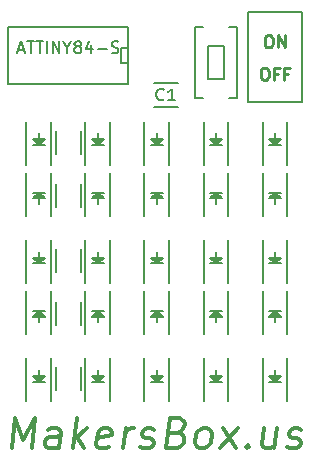
<source format=gto>
G04 #@! TF.FileFunction,Legend,Top*
%FSLAX46Y46*%
G04 Gerber Fmt 4.6, Leading zero omitted, Abs format (unit mm)*
G04 Created by KiCad (PCBNEW (2015-08-15 BZR 6092)-product) date 3/6/2016 8:03:16 PM*
%MOMM*%
G01*
G04 APERTURE LIST*
%ADD10C,0.100000*%
%ADD11C,0.254000*%
%ADD12C,0.300000*%
%ADD13C,0.150000*%
G04 APERTURE END LIST*
D10*
D11*
X193032382Y-86943619D02*
X193225905Y-86943619D01*
X193322667Y-86992000D01*
X193419429Y-87088762D01*
X193467810Y-87282286D01*
X193467810Y-87620952D01*
X193419429Y-87814476D01*
X193322667Y-87911238D01*
X193225905Y-87959619D01*
X193032382Y-87959619D01*
X192935620Y-87911238D01*
X192838858Y-87814476D01*
X192790477Y-87620952D01*
X192790477Y-87282286D01*
X192838858Y-87088762D01*
X192935620Y-86992000D01*
X193032382Y-86943619D01*
X194241905Y-87427429D02*
X193903239Y-87427429D01*
X193903239Y-87959619D02*
X193903239Y-86943619D01*
X194387048Y-86943619D01*
X195112762Y-87427429D02*
X194774096Y-87427429D01*
X194774096Y-87959619D02*
X194774096Y-86943619D01*
X195257905Y-86943619D01*
X193371048Y-84193619D02*
X193564571Y-84193619D01*
X193661333Y-84242000D01*
X193758095Y-84338762D01*
X193806476Y-84532286D01*
X193806476Y-84870952D01*
X193758095Y-85064476D01*
X193661333Y-85161238D01*
X193564571Y-85209619D01*
X193371048Y-85209619D01*
X193274286Y-85161238D01*
X193177524Y-85064476D01*
X193129143Y-84870952D01*
X193129143Y-84532286D01*
X193177524Y-84338762D01*
X193274286Y-84242000D01*
X193371048Y-84193619D01*
X194241905Y-85209619D02*
X194241905Y-84193619D01*
X194822476Y-85209619D01*
X194822476Y-84193619D01*
D12*
X171700656Y-119149048D02*
X172018156Y-116609048D01*
X172638037Y-118423333D01*
X173711489Y-116609048D01*
X173393989Y-119149048D01*
X175692084Y-119149048D02*
X175858394Y-117818571D01*
X175767680Y-117576667D01*
X175540894Y-117455714D01*
X175057085Y-117455714D01*
X174800061Y-117576667D01*
X175707203Y-119028095D02*
X175450180Y-119149048D01*
X174845418Y-119149048D01*
X174618632Y-119028095D01*
X174527918Y-118786190D01*
X174558156Y-118544286D01*
X174709346Y-118302381D01*
X174966370Y-118181429D01*
X175571132Y-118181429D01*
X175828156Y-118060476D01*
X176901608Y-119149048D02*
X177219108Y-116609048D01*
X177264465Y-118181429D02*
X177869227Y-119149048D01*
X178080894Y-117455714D02*
X176992322Y-118423333D01*
X179940536Y-119028095D02*
X179683512Y-119149048D01*
X179199703Y-119149048D01*
X178972917Y-119028095D01*
X178882203Y-118786190D01*
X179003156Y-117818571D01*
X179154346Y-117576667D01*
X179411370Y-117455714D01*
X179895179Y-117455714D01*
X180121965Y-117576667D01*
X180212679Y-117818571D01*
X180182441Y-118060476D01*
X178942679Y-118302381D01*
X181134941Y-119149048D02*
X181346608Y-117455714D01*
X181286132Y-117939524D02*
X181437322Y-117697619D01*
X181573394Y-117576667D01*
X181830417Y-117455714D01*
X182072322Y-117455714D01*
X182601489Y-119028095D02*
X182828274Y-119149048D01*
X183312084Y-119149048D01*
X183569108Y-119028095D01*
X183720298Y-118786190D01*
X183735417Y-118665238D01*
X183644703Y-118423333D01*
X183417917Y-118302381D01*
X183055060Y-118302381D01*
X182828274Y-118181429D01*
X182737561Y-117939524D01*
X182752680Y-117818571D01*
X182903870Y-117576667D01*
X183160894Y-117455714D01*
X183523751Y-117455714D01*
X183750537Y-117576667D01*
X185776489Y-117818571D02*
X186124227Y-117939524D01*
X186230060Y-118060476D01*
X186320773Y-118302381D01*
X186275416Y-118665238D01*
X186124226Y-118907143D01*
X185988155Y-119028095D01*
X185731131Y-119149048D01*
X184763512Y-119149048D01*
X185081012Y-116609048D01*
X185927679Y-116609048D01*
X186154464Y-116730000D01*
X186260298Y-116850952D01*
X186351012Y-117092857D01*
X186320774Y-117334762D01*
X186169584Y-117576667D01*
X186033512Y-117697619D01*
X185776489Y-117818571D01*
X184929822Y-117818571D01*
X187666369Y-119149048D02*
X187439583Y-119028095D01*
X187333750Y-118907143D01*
X187243036Y-118665238D01*
X187333751Y-117939524D01*
X187484941Y-117697619D01*
X187621012Y-117576667D01*
X187878036Y-117455714D01*
X188240893Y-117455714D01*
X188467679Y-117576667D01*
X188573512Y-117697619D01*
X188664227Y-117939524D01*
X188573512Y-118665238D01*
X188422321Y-118907143D01*
X188286250Y-119028095D01*
X188029226Y-119149048D01*
X187666369Y-119149048D01*
X189359702Y-119149048D02*
X190901845Y-117455714D01*
X189571369Y-117455714D02*
X190690178Y-119149048D01*
X191688035Y-118907143D02*
X191793868Y-119028095D01*
X191657797Y-119149048D01*
X191551964Y-119028095D01*
X191688035Y-118907143D01*
X191657797Y-119149048D01*
X194167559Y-117455714D02*
X193955892Y-119149048D01*
X193078988Y-117455714D02*
X192912678Y-118786190D01*
X193003392Y-119028095D01*
X193230178Y-119149048D01*
X193593035Y-119149048D01*
X193850059Y-119028095D01*
X193986130Y-118907143D01*
X195059583Y-119028095D02*
X195286368Y-119149048D01*
X195770178Y-119149048D01*
X196027202Y-119028095D01*
X196178392Y-118786190D01*
X196193511Y-118665238D01*
X196102797Y-118423333D01*
X195876011Y-118302381D01*
X195513154Y-118302381D01*
X195286368Y-118181429D01*
X195195655Y-117939524D01*
X195210774Y-117818571D01*
X195361964Y-117576667D01*
X195618988Y-117455714D01*
X195981845Y-117455714D01*
X196208631Y-117576667D01*
D13*
X183750000Y-90275000D02*
X185750000Y-90275000D01*
X185750000Y-88225000D02*
X183750000Y-88225000D01*
X175050000Y-95150000D02*
X175050000Y-91550000D01*
X172950000Y-95150000D02*
X172950000Y-91550000D01*
X173700000Y-93100000D02*
X174300000Y-93100000D01*
X174300000Y-93100000D02*
X174000000Y-93400000D01*
X174000000Y-93400000D02*
X173800000Y-93200000D01*
X173800000Y-93200000D02*
X174050000Y-93200000D01*
X174050000Y-93200000D02*
X174000000Y-93250000D01*
X173500000Y-93500000D02*
X174500000Y-93500000D01*
X174000000Y-93000000D02*
X174000000Y-92500000D01*
X174000000Y-93500000D02*
X173500000Y-93000000D01*
X173500000Y-93000000D02*
X174500000Y-93000000D01*
X174500000Y-93000000D02*
X174000000Y-93500000D01*
X180050000Y-95150000D02*
X180050000Y-91550000D01*
X177950000Y-95150000D02*
X177950000Y-91550000D01*
X178700000Y-93100000D02*
X179300000Y-93100000D01*
X179300000Y-93100000D02*
X179000000Y-93400000D01*
X179000000Y-93400000D02*
X178800000Y-93200000D01*
X178800000Y-93200000D02*
X179050000Y-93200000D01*
X179050000Y-93200000D02*
X179000000Y-93250000D01*
X178500000Y-93500000D02*
X179500000Y-93500000D01*
X179000000Y-93000000D02*
X179000000Y-92500000D01*
X179000000Y-93500000D02*
X178500000Y-93000000D01*
X178500000Y-93000000D02*
X179500000Y-93000000D01*
X179500000Y-93000000D02*
X179000000Y-93500000D01*
X185050000Y-95150000D02*
X185050000Y-91550000D01*
X182950000Y-95150000D02*
X182950000Y-91550000D01*
X183700000Y-93100000D02*
X184300000Y-93100000D01*
X184300000Y-93100000D02*
X184000000Y-93400000D01*
X184000000Y-93400000D02*
X183800000Y-93200000D01*
X183800000Y-93200000D02*
X184050000Y-93200000D01*
X184050000Y-93200000D02*
X184000000Y-93250000D01*
X183500000Y-93500000D02*
X184500000Y-93500000D01*
X184000000Y-93000000D02*
X184000000Y-92500000D01*
X184000000Y-93500000D02*
X183500000Y-93000000D01*
X183500000Y-93000000D02*
X184500000Y-93000000D01*
X184500000Y-93000000D02*
X184000000Y-93500000D01*
X190050000Y-95150000D02*
X190050000Y-91550000D01*
X187950000Y-95150000D02*
X187950000Y-91550000D01*
X188700000Y-93100000D02*
X189300000Y-93100000D01*
X189300000Y-93100000D02*
X189000000Y-93400000D01*
X189000000Y-93400000D02*
X188800000Y-93200000D01*
X188800000Y-93200000D02*
X189050000Y-93200000D01*
X189050000Y-93200000D02*
X189000000Y-93250000D01*
X188500000Y-93500000D02*
X189500000Y-93500000D01*
X189000000Y-93000000D02*
X189000000Y-92500000D01*
X189000000Y-93500000D02*
X188500000Y-93000000D01*
X188500000Y-93000000D02*
X189500000Y-93000000D01*
X189500000Y-93000000D02*
X189000000Y-93500000D01*
X195050000Y-95150000D02*
X195050000Y-91550000D01*
X192950000Y-95150000D02*
X192950000Y-91550000D01*
X193700000Y-93100000D02*
X194300000Y-93100000D01*
X194300000Y-93100000D02*
X194000000Y-93400000D01*
X194000000Y-93400000D02*
X193800000Y-93200000D01*
X193800000Y-93200000D02*
X194050000Y-93200000D01*
X194050000Y-93200000D02*
X194000000Y-93250000D01*
X193500000Y-93500000D02*
X194500000Y-93500000D01*
X194000000Y-93000000D02*
X194000000Y-92500000D01*
X194000000Y-93500000D02*
X193500000Y-93000000D01*
X193500000Y-93000000D02*
X194500000Y-93000000D01*
X194500000Y-93000000D02*
X194000000Y-93500000D01*
X172950000Y-95850000D02*
X172950000Y-99450000D01*
X175050000Y-95850000D02*
X175050000Y-99450000D01*
X174300000Y-97900000D02*
X173700000Y-97900000D01*
X173700000Y-97900000D02*
X174000000Y-97600000D01*
X174000000Y-97600000D02*
X174200000Y-97800000D01*
X174200000Y-97800000D02*
X173950000Y-97800000D01*
X173950000Y-97800000D02*
X174000000Y-97750000D01*
X174500000Y-97500000D02*
X173500000Y-97500000D01*
X174000000Y-98000000D02*
X174000000Y-98500000D01*
X174000000Y-97500000D02*
X174500000Y-98000000D01*
X174500000Y-98000000D02*
X173500000Y-98000000D01*
X173500000Y-98000000D02*
X174000000Y-97500000D01*
X177950000Y-95850000D02*
X177950000Y-99450000D01*
X180050000Y-95850000D02*
X180050000Y-99450000D01*
X179300000Y-97900000D02*
X178700000Y-97900000D01*
X178700000Y-97900000D02*
X179000000Y-97600000D01*
X179000000Y-97600000D02*
X179200000Y-97800000D01*
X179200000Y-97800000D02*
X178950000Y-97800000D01*
X178950000Y-97800000D02*
X179000000Y-97750000D01*
X179500000Y-97500000D02*
X178500000Y-97500000D01*
X179000000Y-98000000D02*
X179000000Y-98500000D01*
X179000000Y-97500000D02*
X179500000Y-98000000D01*
X179500000Y-98000000D02*
X178500000Y-98000000D01*
X178500000Y-98000000D02*
X179000000Y-97500000D01*
X182950000Y-95850000D02*
X182950000Y-99450000D01*
X185050000Y-95850000D02*
X185050000Y-99450000D01*
X184300000Y-97900000D02*
X183700000Y-97900000D01*
X183700000Y-97900000D02*
X184000000Y-97600000D01*
X184000000Y-97600000D02*
X184200000Y-97800000D01*
X184200000Y-97800000D02*
X183950000Y-97800000D01*
X183950000Y-97800000D02*
X184000000Y-97750000D01*
X184500000Y-97500000D02*
X183500000Y-97500000D01*
X184000000Y-98000000D02*
X184000000Y-98500000D01*
X184000000Y-97500000D02*
X184500000Y-98000000D01*
X184500000Y-98000000D02*
X183500000Y-98000000D01*
X183500000Y-98000000D02*
X184000000Y-97500000D01*
X187950000Y-95850000D02*
X187950000Y-99450000D01*
X190050000Y-95850000D02*
X190050000Y-99450000D01*
X189300000Y-97900000D02*
X188700000Y-97900000D01*
X188700000Y-97900000D02*
X189000000Y-97600000D01*
X189000000Y-97600000D02*
X189200000Y-97800000D01*
X189200000Y-97800000D02*
X188950000Y-97800000D01*
X188950000Y-97800000D02*
X189000000Y-97750000D01*
X189500000Y-97500000D02*
X188500000Y-97500000D01*
X189000000Y-98000000D02*
X189000000Y-98500000D01*
X189000000Y-97500000D02*
X189500000Y-98000000D01*
X189500000Y-98000000D02*
X188500000Y-98000000D01*
X188500000Y-98000000D02*
X189000000Y-97500000D01*
X192950000Y-95850000D02*
X192950000Y-99450000D01*
X195050000Y-95850000D02*
X195050000Y-99450000D01*
X194300000Y-97900000D02*
X193700000Y-97900000D01*
X193700000Y-97900000D02*
X194000000Y-97600000D01*
X194000000Y-97600000D02*
X194200000Y-97800000D01*
X194200000Y-97800000D02*
X193950000Y-97800000D01*
X193950000Y-97800000D02*
X194000000Y-97750000D01*
X194500000Y-97500000D02*
X193500000Y-97500000D01*
X194000000Y-98000000D02*
X194000000Y-98500000D01*
X194000000Y-97500000D02*
X194500000Y-98000000D01*
X194500000Y-98000000D02*
X193500000Y-98000000D01*
X193500000Y-98000000D02*
X194000000Y-97500000D01*
X175050000Y-105150000D02*
X175050000Y-101550000D01*
X172950000Y-105150000D02*
X172950000Y-101550000D01*
X173700000Y-103100000D02*
X174300000Y-103100000D01*
X174300000Y-103100000D02*
X174000000Y-103400000D01*
X174000000Y-103400000D02*
X173800000Y-103200000D01*
X173800000Y-103200000D02*
X174050000Y-103200000D01*
X174050000Y-103200000D02*
X174000000Y-103250000D01*
X173500000Y-103500000D02*
X174500000Y-103500000D01*
X174000000Y-103000000D02*
X174000000Y-102500000D01*
X174000000Y-103500000D02*
X173500000Y-103000000D01*
X173500000Y-103000000D02*
X174500000Y-103000000D01*
X174500000Y-103000000D02*
X174000000Y-103500000D01*
X180050000Y-105150000D02*
X180050000Y-101550000D01*
X177950000Y-105150000D02*
X177950000Y-101550000D01*
X178700000Y-103100000D02*
X179300000Y-103100000D01*
X179300000Y-103100000D02*
X179000000Y-103400000D01*
X179000000Y-103400000D02*
X178800000Y-103200000D01*
X178800000Y-103200000D02*
X179050000Y-103200000D01*
X179050000Y-103200000D02*
X179000000Y-103250000D01*
X178500000Y-103500000D02*
X179500000Y-103500000D01*
X179000000Y-103000000D02*
X179000000Y-102500000D01*
X179000000Y-103500000D02*
X178500000Y-103000000D01*
X178500000Y-103000000D02*
X179500000Y-103000000D01*
X179500000Y-103000000D02*
X179000000Y-103500000D01*
X185050000Y-105150000D02*
X185050000Y-101550000D01*
X182950000Y-105150000D02*
X182950000Y-101550000D01*
X183700000Y-103100000D02*
X184300000Y-103100000D01*
X184300000Y-103100000D02*
X184000000Y-103400000D01*
X184000000Y-103400000D02*
X183800000Y-103200000D01*
X183800000Y-103200000D02*
X184050000Y-103200000D01*
X184050000Y-103200000D02*
X184000000Y-103250000D01*
X183500000Y-103500000D02*
X184500000Y-103500000D01*
X184000000Y-103000000D02*
X184000000Y-102500000D01*
X184000000Y-103500000D02*
X183500000Y-103000000D01*
X183500000Y-103000000D02*
X184500000Y-103000000D01*
X184500000Y-103000000D02*
X184000000Y-103500000D01*
X190050000Y-105150000D02*
X190050000Y-101550000D01*
X187950000Y-105150000D02*
X187950000Y-101550000D01*
X188700000Y-103100000D02*
X189300000Y-103100000D01*
X189300000Y-103100000D02*
X189000000Y-103400000D01*
X189000000Y-103400000D02*
X188800000Y-103200000D01*
X188800000Y-103200000D02*
X189050000Y-103200000D01*
X189050000Y-103200000D02*
X189000000Y-103250000D01*
X188500000Y-103500000D02*
X189500000Y-103500000D01*
X189000000Y-103000000D02*
X189000000Y-102500000D01*
X189000000Y-103500000D02*
X188500000Y-103000000D01*
X188500000Y-103000000D02*
X189500000Y-103000000D01*
X189500000Y-103000000D02*
X189000000Y-103500000D01*
X195050000Y-105150000D02*
X195050000Y-101550000D01*
X192950000Y-105150000D02*
X192950000Y-101550000D01*
X193700000Y-103100000D02*
X194300000Y-103100000D01*
X194300000Y-103100000D02*
X194000000Y-103400000D01*
X194000000Y-103400000D02*
X193800000Y-103200000D01*
X193800000Y-103200000D02*
X194050000Y-103200000D01*
X194050000Y-103200000D02*
X194000000Y-103250000D01*
X193500000Y-103500000D02*
X194500000Y-103500000D01*
X194000000Y-103000000D02*
X194000000Y-102500000D01*
X194000000Y-103500000D02*
X193500000Y-103000000D01*
X193500000Y-103000000D02*
X194500000Y-103000000D01*
X194500000Y-103000000D02*
X194000000Y-103500000D01*
X172950000Y-105850000D02*
X172950000Y-109450000D01*
X175050000Y-105850000D02*
X175050000Y-109450000D01*
X174300000Y-107900000D02*
X173700000Y-107900000D01*
X173700000Y-107900000D02*
X174000000Y-107600000D01*
X174000000Y-107600000D02*
X174200000Y-107800000D01*
X174200000Y-107800000D02*
X173950000Y-107800000D01*
X173950000Y-107800000D02*
X174000000Y-107750000D01*
X174500000Y-107500000D02*
X173500000Y-107500000D01*
X174000000Y-108000000D02*
X174000000Y-108500000D01*
X174000000Y-107500000D02*
X174500000Y-108000000D01*
X174500000Y-108000000D02*
X173500000Y-108000000D01*
X173500000Y-108000000D02*
X174000000Y-107500000D01*
X177950000Y-105850000D02*
X177950000Y-109450000D01*
X180050000Y-105850000D02*
X180050000Y-109450000D01*
X179300000Y-107900000D02*
X178700000Y-107900000D01*
X178700000Y-107900000D02*
X179000000Y-107600000D01*
X179000000Y-107600000D02*
X179200000Y-107800000D01*
X179200000Y-107800000D02*
X178950000Y-107800000D01*
X178950000Y-107800000D02*
X179000000Y-107750000D01*
X179500000Y-107500000D02*
X178500000Y-107500000D01*
X179000000Y-108000000D02*
X179000000Y-108500000D01*
X179000000Y-107500000D02*
X179500000Y-108000000D01*
X179500000Y-108000000D02*
X178500000Y-108000000D01*
X178500000Y-108000000D02*
X179000000Y-107500000D01*
X182950000Y-105850000D02*
X182950000Y-109450000D01*
X185050000Y-105850000D02*
X185050000Y-109450000D01*
X184300000Y-107900000D02*
X183700000Y-107900000D01*
X183700000Y-107900000D02*
X184000000Y-107600000D01*
X184000000Y-107600000D02*
X184200000Y-107800000D01*
X184200000Y-107800000D02*
X183950000Y-107800000D01*
X183950000Y-107800000D02*
X184000000Y-107750000D01*
X184500000Y-107500000D02*
X183500000Y-107500000D01*
X184000000Y-108000000D02*
X184000000Y-108500000D01*
X184000000Y-107500000D02*
X184500000Y-108000000D01*
X184500000Y-108000000D02*
X183500000Y-108000000D01*
X183500000Y-108000000D02*
X184000000Y-107500000D01*
X187950000Y-105850000D02*
X187950000Y-109450000D01*
X190050000Y-105850000D02*
X190050000Y-109450000D01*
X189300000Y-107900000D02*
X188700000Y-107900000D01*
X188700000Y-107900000D02*
X189000000Y-107600000D01*
X189000000Y-107600000D02*
X189200000Y-107800000D01*
X189200000Y-107800000D02*
X188950000Y-107800000D01*
X188950000Y-107800000D02*
X189000000Y-107750000D01*
X189500000Y-107500000D02*
X188500000Y-107500000D01*
X189000000Y-108000000D02*
X189000000Y-108500000D01*
X189000000Y-107500000D02*
X189500000Y-108000000D01*
X189500000Y-108000000D02*
X188500000Y-108000000D01*
X188500000Y-108000000D02*
X189000000Y-107500000D01*
X192950000Y-105850000D02*
X192950000Y-109450000D01*
X195050000Y-105850000D02*
X195050000Y-109450000D01*
X194300000Y-107900000D02*
X193700000Y-107900000D01*
X193700000Y-107900000D02*
X194000000Y-107600000D01*
X194000000Y-107600000D02*
X194200000Y-107800000D01*
X194200000Y-107800000D02*
X193950000Y-107800000D01*
X193950000Y-107800000D02*
X194000000Y-107750000D01*
X194500000Y-107500000D02*
X193500000Y-107500000D01*
X194000000Y-108000000D02*
X194000000Y-108500000D01*
X194000000Y-107500000D02*
X194500000Y-108000000D01*
X194500000Y-108000000D02*
X193500000Y-108000000D01*
X193500000Y-108000000D02*
X194000000Y-107500000D01*
X175050000Y-115150000D02*
X175050000Y-111550000D01*
X172950000Y-115150000D02*
X172950000Y-111550000D01*
X173700000Y-113100000D02*
X174300000Y-113100000D01*
X174300000Y-113100000D02*
X174000000Y-113400000D01*
X174000000Y-113400000D02*
X173800000Y-113200000D01*
X173800000Y-113200000D02*
X174050000Y-113200000D01*
X174050000Y-113200000D02*
X174000000Y-113250000D01*
X173500000Y-113500000D02*
X174500000Y-113500000D01*
X174000000Y-113000000D02*
X174000000Y-112500000D01*
X174000000Y-113500000D02*
X173500000Y-113000000D01*
X173500000Y-113000000D02*
X174500000Y-113000000D01*
X174500000Y-113000000D02*
X174000000Y-113500000D01*
X180050000Y-115150000D02*
X180050000Y-111550000D01*
X177950000Y-115150000D02*
X177950000Y-111550000D01*
X178700000Y-113100000D02*
X179300000Y-113100000D01*
X179300000Y-113100000D02*
X179000000Y-113400000D01*
X179000000Y-113400000D02*
X178800000Y-113200000D01*
X178800000Y-113200000D02*
X179050000Y-113200000D01*
X179050000Y-113200000D02*
X179000000Y-113250000D01*
X178500000Y-113500000D02*
X179500000Y-113500000D01*
X179000000Y-113000000D02*
X179000000Y-112500000D01*
X179000000Y-113500000D02*
X178500000Y-113000000D01*
X178500000Y-113000000D02*
X179500000Y-113000000D01*
X179500000Y-113000000D02*
X179000000Y-113500000D01*
X185050000Y-115150000D02*
X185050000Y-111550000D01*
X182950000Y-115150000D02*
X182950000Y-111550000D01*
X183700000Y-113100000D02*
X184300000Y-113100000D01*
X184300000Y-113100000D02*
X184000000Y-113400000D01*
X184000000Y-113400000D02*
X183800000Y-113200000D01*
X183800000Y-113200000D02*
X184050000Y-113200000D01*
X184050000Y-113200000D02*
X184000000Y-113250000D01*
X183500000Y-113500000D02*
X184500000Y-113500000D01*
X184000000Y-113000000D02*
X184000000Y-112500000D01*
X184000000Y-113500000D02*
X183500000Y-113000000D01*
X183500000Y-113000000D02*
X184500000Y-113000000D01*
X184500000Y-113000000D02*
X184000000Y-113500000D01*
X190050000Y-115150000D02*
X190050000Y-111550000D01*
X187950000Y-115150000D02*
X187950000Y-111550000D01*
X188700000Y-113100000D02*
X189300000Y-113100000D01*
X189300000Y-113100000D02*
X189000000Y-113400000D01*
X189000000Y-113400000D02*
X188800000Y-113200000D01*
X188800000Y-113200000D02*
X189050000Y-113200000D01*
X189050000Y-113200000D02*
X189000000Y-113250000D01*
X188500000Y-113500000D02*
X189500000Y-113500000D01*
X189000000Y-113000000D02*
X189000000Y-112500000D01*
X189000000Y-113500000D02*
X188500000Y-113000000D01*
X188500000Y-113000000D02*
X189500000Y-113000000D01*
X189500000Y-113000000D02*
X189000000Y-113500000D01*
X195050000Y-115150000D02*
X195050000Y-111550000D01*
X192950000Y-115150000D02*
X192950000Y-111550000D01*
X193700000Y-113100000D02*
X194300000Y-113100000D01*
X194300000Y-113100000D02*
X194000000Y-113400000D01*
X194000000Y-113400000D02*
X193800000Y-113200000D01*
X193800000Y-113200000D02*
X194050000Y-113200000D01*
X194050000Y-113200000D02*
X194000000Y-113250000D01*
X193500000Y-113500000D02*
X194500000Y-113500000D01*
X194000000Y-113000000D02*
X194000000Y-112500000D01*
X194000000Y-113500000D02*
X193500000Y-113000000D01*
X193500000Y-113000000D02*
X194500000Y-113000000D01*
X194500000Y-113000000D02*
X194000000Y-113500000D01*
X175425000Y-94250000D02*
X175425000Y-92250000D01*
X177575000Y-92250000D02*
X177575000Y-94250000D01*
X177575000Y-96750000D02*
X177575000Y-98750000D01*
X175425000Y-98750000D02*
X175425000Y-96750000D01*
X175425000Y-104250000D02*
X175425000Y-102250000D01*
X177575000Y-102250000D02*
X177575000Y-104250000D01*
X177575000Y-106750000D02*
X177575000Y-108750000D01*
X175425000Y-108750000D02*
X175425000Y-106750000D01*
X175425000Y-114250000D02*
X175425000Y-112250000D01*
X177575000Y-112250000D02*
X177575000Y-114250000D01*
X171420000Y-88286000D02*
X171420000Y-83460000D01*
X171420000Y-83460000D02*
X181580000Y-83460000D01*
X181580000Y-83460000D02*
X181580000Y-88286000D01*
X181580000Y-88286000D02*
X171420000Y-88286000D01*
X181580000Y-86508000D02*
X180945000Y-86508000D01*
X180945000Y-86508000D02*
X180945000Y-85238000D01*
X180945000Y-85238000D02*
X181580000Y-85238000D01*
X191714000Y-82190000D02*
X196286000Y-82190000D01*
X191714000Y-89810000D02*
X196286000Y-89810000D01*
X191714000Y-89810000D02*
X191714000Y-82190000D01*
X196286000Y-82190000D02*
X196286000Y-89810000D01*
X189700000Y-85100000D02*
X189700000Y-87900000D01*
X189700000Y-87900000D02*
X188300000Y-87900000D01*
X188300000Y-87900000D02*
X188300000Y-85100000D01*
X188300000Y-85100000D02*
X189700000Y-85100000D01*
X190750000Y-89500000D02*
X190100000Y-89500000D01*
X187250000Y-89500000D02*
X187900000Y-89500000D01*
X187900000Y-83500000D02*
X187250000Y-83500000D01*
X190750000Y-83500000D02*
X190100000Y-83500000D01*
X190750000Y-89500000D02*
X190750000Y-83500000D01*
X187250000Y-83500000D02*
X187250000Y-89500000D01*
X184583334Y-89607143D02*
X184535715Y-89654762D01*
X184392858Y-89702381D01*
X184297620Y-89702381D01*
X184154762Y-89654762D01*
X184059524Y-89559524D01*
X184011905Y-89464286D01*
X183964286Y-89273810D01*
X183964286Y-89130952D01*
X184011905Y-88940476D01*
X184059524Y-88845238D01*
X184154762Y-88750000D01*
X184297620Y-88702381D01*
X184392858Y-88702381D01*
X184535715Y-88750000D01*
X184583334Y-88797619D01*
X185535715Y-89702381D02*
X184964286Y-89702381D01*
X185250000Y-89702381D02*
X185250000Y-88702381D01*
X185154762Y-88845238D01*
X185059524Y-88940476D01*
X184964286Y-88988095D01*
X172261905Y-85416667D02*
X172738096Y-85416667D01*
X172166667Y-85702381D02*
X172500000Y-84702381D01*
X172833334Y-85702381D01*
X173023810Y-84702381D02*
X173595239Y-84702381D01*
X173309524Y-85702381D02*
X173309524Y-84702381D01*
X173785715Y-84702381D02*
X174357144Y-84702381D01*
X174071429Y-85702381D02*
X174071429Y-84702381D01*
X174690477Y-85702381D02*
X174690477Y-84702381D01*
X175166667Y-85702381D02*
X175166667Y-84702381D01*
X175738096Y-85702381D01*
X175738096Y-84702381D01*
X176404762Y-85226190D02*
X176404762Y-85702381D01*
X176071429Y-84702381D02*
X176404762Y-85226190D01*
X176738096Y-84702381D01*
X177214286Y-85130952D02*
X177119048Y-85083333D01*
X177071429Y-85035714D01*
X177023810Y-84940476D01*
X177023810Y-84892857D01*
X177071429Y-84797619D01*
X177119048Y-84750000D01*
X177214286Y-84702381D01*
X177404763Y-84702381D01*
X177500001Y-84750000D01*
X177547620Y-84797619D01*
X177595239Y-84892857D01*
X177595239Y-84940476D01*
X177547620Y-85035714D01*
X177500001Y-85083333D01*
X177404763Y-85130952D01*
X177214286Y-85130952D01*
X177119048Y-85178571D01*
X177071429Y-85226190D01*
X177023810Y-85321429D01*
X177023810Y-85511905D01*
X177071429Y-85607143D01*
X177119048Y-85654762D01*
X177214286Y-85702381D01*
X177404763Y-85702381D01*
X177500001Y-85654762D01*
X177547620Y-85607143D01*
X177595239Y-85511905D01*
X177595239Y-85321429D01*
X177547620Y-85226190D01*
X177500001Y-85178571D01*
X177404763Y-85130952D01*
X178452382Y-85035714D02*
X178452382Y-85702381D01*
X178214286Y-84654762D02*
X177976191Y-85369048D01*
X178595239Y-85369048D01*
X178976191Y-85321429D02*
X179738096Y-85321429D01*
X180166667Y-85654762D02*
X180309524Y-85702381D01*
X180547620Y-85702381D01*
X180642858Y-85654762D01*
X180690477Y-85607143D01*
X180738096Y-85511905D01*
X180738096Y-85416667D01*
X180690477Y-85321429D01*
X180642858Y-85273810D01*
X180547620Y-85226190D01*
X180357143Y-85178571D01*
X180261905Y-85130952D01*
X180214286Y-85083333D01*
X180166667Y-84988095D01*
X180166667Y-84892857D01*
X180214286Y-84797619D01*
X180261905Y-84750000D01*
X180357143Y-84702381D01*
X180595239Y-84702381D01*
X180738096Y-84750000D01*
M02*

</source>
